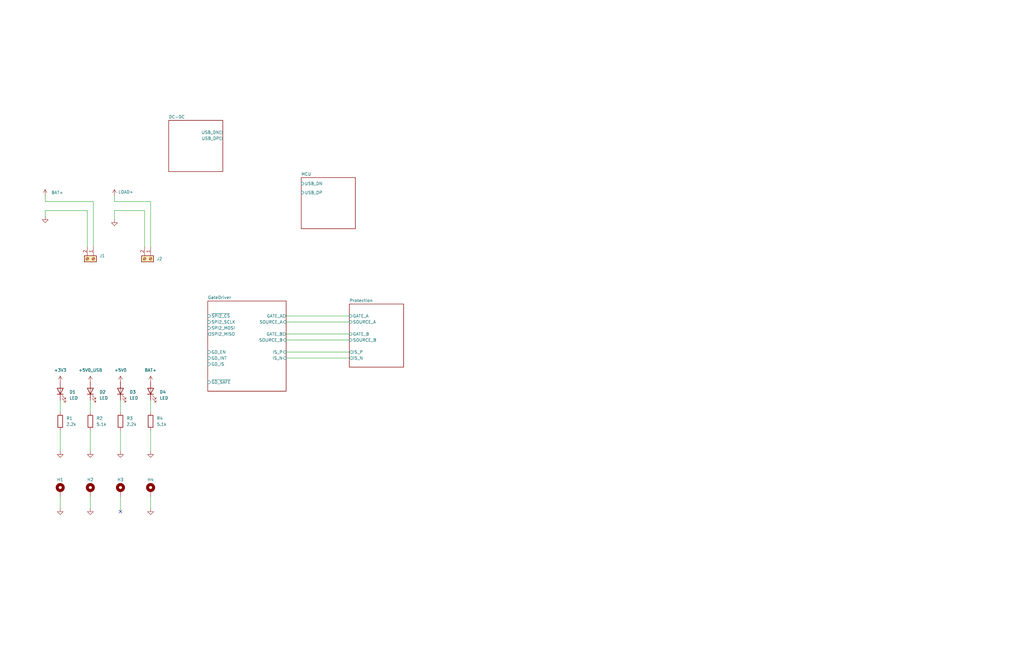
<source format=kicad_sch>
(kicad_sch
	(version 20250114)
	(generator "eeschema")
	(generator_version "9.0")
	(uuid "b2975477-3b95-446c-b662-4cca32764c73")
	(paper "B")
	(title_block
		(title "Top_Level")
		(date "2025-04-14")
		(rev "R2.0.0")
	)
	(lib_symbols
		(symbol "Connector:Screw_Terminal_01x02"
			(pin_names
				(offset 1.016)
				(hide yes)
			)
			(exclude_from_sim no)
			(in_bom yes)
			(on_board yes)
			(property "Reference" "J"
				(at 0 2.54 0)
				(effects
					(font
						(size 1.27 1.27)
					)
				)
			)
			(property "Value" "Screw_Terminal_01x02"
				(at 0 -5.08 0)
				(effects
					(font
						(size 1.27 1.27)
					)
				)
			)
			(property "Footprint" ""
				(at 0 0 0)
				(effects
					(font
						(size 1.27 1.27)
					)
					(hide yes)
				)
			)
			(property "Datasheet" "~"
				(at 0 0 0)
				(effects
					(font
						(size 1.27 1.27)
					)
					(hide yes)
				)
			)
			(property "Description" "Generic screw terminal, single row, 01x02, script generated (kicad-library-utils/schlib/autogen/connector/)"
				(at 0 0 0)
				(effects
					(font
						(size 1.27 1.27)
					)
					(hide yes)
				)
			)
			(property "ki_keywords" "screw terminal"
				(at 0 0 0)
				(effects
					(font
						(size 1.27 1.27)
					)
					(hide yes)
				)
			)
			(property "ki_fp_filters" "TerminalBlock*:*"
				(at 0 0 0)
				(effects
					(font
						(size 1.27 1.27)
					)
					(hide yes)
				)
			)
			(symbol "Screw_Terminal_01x02_1_1"
				(rectangle
					(start -1.27 1.27)
					(end 1.27 -3.81)
					(stroke
						(width 0.254)
						(type default)
					)
					(fill
						(type background)
					)
				)
				(polyline
					(pts
						(xy -0.5334 0.3302) (xy 0.3302 -0.508)
					)
					(stroke
						(width 0.1524)
						(type default)
					)
					(fill
						(type none)
					)
				)
				(polyline
					(pts
						(xy -0.5334 -2.2098) (xy 0.3302 -3.048)
					)
					(stroke
						(width 0.1524)
						(type default)
					)
					(fill
						(type none)
					)
				)
				(polyline
					(pts
						(xy -0.3556 0.508) (xy 0.508 -0.3302)
					)
					(stroke
						(width 0.1524)
						(type default)
					)
					(fill
						(type none)
					)
				)
				(polyline
					(pts
						(xy -0.3556 -2.032) (xy 0.508 -2.8702)
					)
					(stroke
						(width 0.1524)
						(type default)
					)
					(fill
						(type none)
					)
				)
				(circle
					(center 0 0)
					(radius 0.635)
					(stroke
						(width 0.1524)
						(type default)
					)
					(fill
						(type none)
					)
				)
				(circle
					(center 0 -2.54)
					(radius 0.635)
					(stroke
						(width 0.1524)
						(type default)
					)
					(fill
						(type none)
					)
				)
				(pin passive line
					(at -5.08 0 0)
					(length 3.81)
					(name "Pin_1"
						(effects
							(font
								(size 1.27 1.27)
							)
						)
					)
					(number "1"
						(effects
							(font
								(size 1.27 1.27)
							)
						)
					)
				)
				(pin passive line
					(at -5.08 -2.54 0)
					(length 3.81)
					(name "Pin_2"
						(effects
							(font
								(size 1.27 1.27)
							)
						)
					)
					(number "2"
						(effects
							(font
								(size 1.27 1.27)
							)
						)
					)
				)
			)
			(embedded_fonts no)
		)
		(symbol "Device:LED"
			(pin_numbers
				(hide yes)
			)
			(pin_names
				(offset 1.016)
				(hide yes)
			)
			(exclude_from_sim no)
			(in_bom yes)
			(on_board yes)
			(property "Reference" "D"
				(at 0 2.54 0)
				(effects
					(font
						(size 1.27 1.27)
					)
				)
			)
			(property "Value" "LED"
				(at 0 -2.54 0)
				(effects
					(font
						(size 1.27 1.27)
					)
				)
			)
			(property "Footprint" ""
				(at 0 0 0)
				(effects
					(font
						(size 1.27 1.27)
					)
					(hide yes)
				)
			)
			(property "Datasheet" "~"
				(at 0 0 0)
				(effects
					(font
						(size 1.27 1.27)
					)
					(hide yes)
				)
			)
			(property "Description" "Light emitting diode"
				(at 0 0 0)
				(effects
					(font
						(size 1.27 1.27)
					)
					(hide yes)
				)
			)
			(property "Sim.Pins" "1=K 2=A"
				(at 0 0 0)
				(effects
					(font
						(size 1.27 1.27)
					)
					(hide yes)
				)
			)
			(property "ki_keywords" "LED diode"
				(at 0 0 0)
				(effects
					(font
						(size 1.27 1.27)
					)
					(hide yes)
				)
			)
			(property "ki_fp_filters" "LED* LED_SMD:* LED_THT:*"
				(at 0 0 0)
				(effects
					(font
						(size 1.27 1.27)
					)
					(hide yes)
				)
			)
			(symbol "LED_0_1"
				(polyline
					(pts
						(xy -3.048 -0.762) (xy -4.572 -2.286) (xy -3.81 -2.286) (xy -4.572 -2.286) (xy -4.572 -1.524)
					)
					(stroke
						(width 0)
						(type default)
					)
					(fill
						(type none)
					)
				)
				(polyline
					(pts
						(xy -1.778 -0.762) (xy -3.302 -2.286) (xy -2.54 -2.286) (xy -3.302 -2.286) (xy -3.302 -1.524)
					)
					(stroke
						(width 0)
						(type default)
					)
					(fill
						(type none)
					)
				)
				(polyline
					(pts
						(xy -1.27 0) (xy 1.27 0)
					)
					(stroke
						(width 0)
						(type default)
					)
					(fill
						(type none)
					)
				)
				(polyline
					(pts
						(xy -1.27 -1.27) (xy -1.27 1.27)
					)
					(stroke
						(width 0.254)
						(type default)
					)
					(fill
						(type none)
					)
				)
				(polyline
					(pts
						(xy 1.27 -1.27) (xy 1.27 1.27) (xy -1.27 0) (xy 1.27 -1.27)
					)
					(stroke
						(width 0.254)
						(type default)
					)
					(fill
						(type none)
					)
				)
			)
			(symbol "LED_1_1"
				(pin passive line
					(at -3.81 0 0)
					(length 2.54)
					(name "K"
						(effects
							(font
								(size 1.27 1.27)
							)
						)
					)
					(number "1"
						(effects
							(font
								(size 1.27 1.27)
							)
						)
					)
				)
				(pin passive line
					(at 3.81 0 180)
					(length 2.54)
					(name "A"
						(effects
							(font
								(size 1.27 1.27)
							)
						)
					)
					(number "2"
						(effects
							(font
								(size 1.27 1.27)
							)
						)
					)
				)
			)
			(embedded_fonts no)
		)
		(symbol "Device:R"
			(pin_numbers
				(hide yes)
			)
			(pin_names
				(offset 0)
			)
			(exclude_from_sim no)
			(in_bom yes)
			(on_board yes)
			(property "Reference" "R"
				(at 2.032 0 90)
				(effects
					(font
						(size 1.27 1.27)
					)
				)
			)
			(property "Value" "R"
				(at 0 0 90)
				(effects
					(font
						(size 1.27 1.27)
					)
				)
			)
			(property "Footprint" ""
				(at -1.778 0 90)
				(effects
					(font
						(size 1.27 1.27)
					)
					(hide yes)
				)
			)
			(property "Datasheet" "~"
				(at 0 0 0)
				(effects
					(font
						(size 1.27 1.27)
					)
					(hide yes)
				)
			)
			(property "Description" "Resistor"
				(at 0 0 0)
				(effects
					(font
						(size 1.27 1.27)
					)
					(hide yes)
				)
			)
			(property "ki_keywords" "R res resistor"
				(at 0 0 0)
				(effects
					(font
						(size 1.27 1.27)
					)
					(hide yes)
				)
			)
			(property "ki_fp_filters" "R_*"
				(at 0 0 0)
				(effects
					(font
						(size 1.27 1.27)
					)
					(hide yes)
				)
			)
			(symbol "R_0_1"
				(rectangle
					(start -1.016 -2.54)
					(end 1.016 2.54)
					(stroke
						(width 0.254)
						(type default)
					)
					(fill
						(type none)
					)
				)
			)
			(symbol "R_1_1"
				(pin passive line
					(at 0 3.81 270)
					(length 1.27)
					(name "~"
						(effects
							(font
								(size 1.27 1.27)
							)
						)
					)
					(number "1"
						(effects
							(font
								(size 1.27 1.27)
							)
						)
					)
				)
				(pin passive line
					(at 0 -3.81 90)
					(length 1.27)
					(name "~"
						(effects
							(font
								(size 1.27 1.27)
							)
						)
					)
					(number "2"
						(effects
							(font
								(size 1.27 1.27)
							)
						)
					)
				)
			)
			(embedded_fonts no)
		)
		(symbol "Mechanical:MountingHole_Pad_MP"
			(pin_numbers
				(hide yes)
			)
			(pin_names
				(offset 1.016)
				(hide yes)
			)
			(exclude_from_sim yes)
			(in_bom no)
			(on_board yes)
			(property "Reference" "H"
				(at 0 6.35 0)
				(effects
					(font
						(size 1.27 1.27)
					)
				)
			)
			(property "Value" "MountingHole_Pad_MP"
				(at 0 4.445 0)
				(effects
					(font
						(size 1.27 1.27)
					)
				)
			)
			(property "Footprint" ""
				(at 0 0 0)
				(effects
					(font
						(size 1.27 1.27)
					)
					(hide yes)
				)
			)
			(property "Datasheet" "~"
				(at 0 0 0)
				(effects
					(font
						(size 1.27 1.27)
					)
					(hide yes)
				)
			)
			(property "Description" "Mounting Hole with connection as pad named MP"
				(at 0 0 0)
				(effects
					(font
						(size 1.27 1.27)
					)
					(hide yes)
				)
			)
			(property "ki_keywords" "mounting hole"
				(at 0 0 0)
				(effects
					(font
						(size 1.27 1.27)
					)
					(hide yes)
				)
			)
			(property "ki_fp_filters" "MountingHole*Pad*"
				(at 0 0 0)
				(effects
					(font
						(size 1.27 1.27)
					)
					(hide yes)
				)
			)
			(symbol "MountingHole_Pad_MP_0_1"
				(circle
					(center 0 1.27)
					(radius 1.27)
					(stroke
						(width 1.27)
						(type default)
					)
					(fill
						(type none)
					)
				)
			)
			(symbol "MountingHole_Pad_MP_1_1"
				(pin input line
					(at 0 -2.54 90)
					(length 2.54)
					(name "MP"
						(effects
							(font
								(size 1.27 1.27)
							)
						)
					)
					(number "MP"
						(effects
							(font
								(size 1.27 1.27)
							)
						)
					)
				)
			)
			(embedded_fonts no)
		)
		(symbol "power:+3V3"
			(power)
			(pin_numbers
				(hide yes)
			)
			(pin_names
				(offset 0)
				(hide yes)
			)
			(exclude_from_sim no)
			(in_bom yes)
			(on_board yes)
			(property "Reference" "#PWR"
				(at 0 -3.81 0)
				(effects
					(font
						(size 1.27 1.27)
					)
					(hide yes)
				)
			)
			(property "Value" "+3V3"
				(at 0 3.556 0)
				(effects
					(font
						(size 1.27 1.27)
					)
				)
			)
			(property "Footprint" ""
				(at 0 0 0)
				(effects
					(font
						(size 1.27 1.27)
					)
					(hide yes)
				)
			)
			(property "Datasheet" ""
				(at 0 0 0)
				(effects
					(font
						(size 1.27 1.27)
					)
					(hide yes)
				)
			)
			(property "Description" "Power symbol creates a global label with name \"+3V3\""
				(at 0 0 0)
				(effects
					(font
						(size 1.27 1.27)
					)
					(hide yes)
				)
			)
			(property "ki_keywords" "global power"
				(at 0 0 0)
				(effects
					(font
						(size 1.27 1.27)
					)
					(hide yes)
				)
			)
			(symbol "+3V3_0_1"
				(polyline
					(pts
						(xy -0.762 1.27) (xy 0 2.54)
					)
					(stroke
						(width 0)
						(type default)
					)
					(fill
						(type none)
					)
				)
				(polyline
					(pts
						(xy 0 2.54) (xy 0.762 1.27)
					)
					(stroke
						(width 0)
						(type default)
					)
					(fill
						(type none)
					)
				)
				(polyline
					(pts
						(xy 0 0) (xy 0 2.54)
					)
					(stroke
						(width 0)
						(type default)
					)
					(fill
						(type none)
					)
				)
			)
			(symbol "+3V3_1_1"
				(pin power_in line
					(at 0 0 90)
					(length 0)
					(name "~"
						(effects
							(font
								(size 1.27 1.27)
							)
						)
					)
					(number "1"
						(effects
							(font
								(size 1.27 1.27)
							)
						)
					)
				)
			)
			(embedded_fonts no)
		)
		(symbol "power:+5V"
			(power)
			(pin_numbers
				(hide yes)
			)
			(pin_names
				(offset 0)
				(hide yes)
			)
			(exclude_from_sim no)
			(in_bom yes)
			(on_board yes)
			(property "Reference" "#PWR"
				(at 0 -3.81 0)
				(effects
					(font
						(size 1.27 1.27)
					)
					(hide yes)
				)
			)
			(property "Value" "+5V"
				(at 0 3.556 0)
				(effects
					(font
						(size 1.27 1.27)
					)
				)
			)
			(property "Footprint" ""
				(at 0 0 0)
				(effects
					(font
						(size 1.27 1.27)
					)
					(hide yes)
				)
			)
			(property "Datasheet" ""
				(at 0 0 0)
				(effects
					(font
						(size 1.27 1.27)
					)
					(hide yes)
				)
			)
			(property "Description" "Power symbol creates a global label with name \"+5V\""
				(at 0 0 0)
				(effects
					(font
						(size 1.27 1.27)
					)
					(hide yes)
				)
			)
			(property "ki_keywords" "global power"
				(at 0 0 0)
				(effects
					(font
						(size 1.27 1.27)
					)
					(hide yes)
				)
			)
			(symbol "+5V_0_1"
				(polyline
					(pts
						(xy -0.762 1.27) (xy 0 2.54)
					)
					(stroke
						(width 0)
						(type default)
					)
					(fill
						(type none)
					)
				)
				(polyline
					(pts
						(xy 0 2.54) (xy 0.762 1.27)
					)
					(stroke
						(width 0)
						(type default)
					)
					(fill
						(type none)
					)
				)
				(polyline
					(pts
						(xy 0 0) (xy 0 2.54)
					)
					(stroke
						(width 0)
						(type default)
					)
					(fill
						(type none)
					)
				)
			)
			(symbol "+5V_1_1"
				(pin power_in line
					(at 0 0 90)
					(length 0)
					(name "~"
						(effects
							(font
								(size 1.27 1.27)
							)
						)
					)
					(number "1"
						(effects
							(font
								(size 1.27 1.27)
							)
						)
					)
				)
			)
			(embedded_fonts no)
		)
		(symbol "power:+BATT"
			(power)
			(pin_numbers
				(hide yes)
			)
			(pin_names
				(offset 0)
				(hide yes)
			)
			(exclude_from_sim no)
			(in_bom yes)
			(on_board yes)
			(property "Reference" "#PWR"
				(at 0 -3.81 0)
				(effects
					(font
						(size 1.27 1.27)
					)
					(hide yes)
				)
			)
			(property "Value" "+BATT"
				(at 0 3.556 0)
				(effects
					(font
						(size 1.27 1.27)
					)
				)
			)
			(property "Footprint" ""
				(at 0 0 0)
				(effects
					(font
						(size 1.27 1.27)
					)
					(hide yes)
				)
			)
			(property "Datasheet" ""
				(at 0 0 0)
				(effects
					(font
						(size 1.27 1.27)
					)
					(hide yes)
				)
			)
			(property "Description" "Power symbol creates a global label with name \"+BATT\""
				(at 0 0 0)
				(effects
					(font
						(size 1.27 1.27)
					)
					(hide yes)
				)
			)
			(property "ki_keywords" "global power battery"
				(at 0 0 0)
				(effects
					(font
						(size 1.27 1.27)
					)
					(hide yes)
				)
			)
			(symbol "+BATT_0_1"
				(polyline
					(pts
						(xy -0.762 1.27) (xy 0 2.54)
					)
					(stroke
						(width 0)
						(type default)
					)
					(fill
						(type none)
					)
				)
				(polyline
					(pts
						(xy 0 2.54) (xy 0.762 1.27)
					)
					(stroke
						(width 0)
						(type default)
					)
					(fill
						(type none)
					)
				)
				(polyline
					(pts
						(xy 0 0) (xy 0 2.54)
					)
					(stroke
						(width 0)
						(type default)
					)
					(fill
						(type none)
					)
				)
			)
			(symbol "+BATT_1_1"
				(pin power_in line
					(at 0 0 90)
					(length 0)
					(name "~"
						(effects
							(font
								(size 1.27 1.27)
							)
						)
					)
					(number "1"
						(effects
							(font
								(size 1.27 1.27)
							)
						)
					)
				)
			)
			(embedded_fonts no)
		)
		(symbol "power:GND"
			(power)
			(pin_numbers
				(hide yes)
			)
			(pin_names
				(offset 0)
				(hide yes)
			)
			(exclude_from_sim no)
			(in_bom yes)
			(on_board yes)
			(property "Reference" "#PWR"
				(at 0 -6.35 0)
				(effects
					(font
						(size 1.27 1.27)
					)
					(hide yes)
				)
			)
			(property "Value" "GND"
				(at 0 -3.81 0)
				(effects
					(font
						(size 1.27 1.27)
					)
				)
			)
			(property "Footprint" ""
				(at 0 0 0)
				(effects
					(font
						(size 1.27 1.27)
					)
					(hide yes)
				)
			)
			(property "Datasheet" ""
				(at 0 0 0)
				(effects
					(font
						(size 1.27 1.27)
					)
					(hide yes)
				)
			)
			(property "Description" "Power symbol creates a global label with name \"GND\" , ground"
				(at 0 0 0)
				(effects
					(font
						(size 1.27 1.27)
					)
					(hide yes)
				)
			)
			(property "ki_keywords" "global power"
				(at 0 0 0)
				(effects
					(font
						(size 1.27 1.27)
					)
					(hide yes)
				)
			)
			(symbol "GND_0_1"
				(polyline
					(pts
						(xy 0 0) (xy 0 -1.27) (xy 1.27 -1.27) (xy 0 -2.54) (xy -1.27 -1.27) (xy 0 -1.27)
					)
					(stroke
						(width 0)
						(type default)
					)
					(fill
						(type none)
					)
				)
			)
			(symbol "GND_1_1"
				(pin power_in line
					(at 0 0 270)
					(length 0)
					(name "~"
						(effects
							(font
								(size 1.27 1.27)
							)
						)
					)
					(number "1"
						(effects
							(font
								(size 1.27 1.27)
							)
						)
					)
				)
			)
			(embedded_fonts no)
		)
	)
	(no_connect
		(at 50.8 215.9)
		(uuid "79942497-ae8c-4db1-9f88-514637b63777")
	)
	(wire
		(pts
			(xy 48.26 85.09) (xy 63.5 85.09)
		)
		(stroke
			(width 0)
			(type default)
		)
		(uuid "01a03d10-7e51-4ab5-a923-046c7ce069b4")
	)
	(wire
		(pts
			(xy 25.4 181.61) (xy 25.4 190.5)
		)
		(stroke
			(width 0)
			(type default)
		)
		(uuid "103e87ec-192a-4cf8-959d-fcaa4d8ea0b2")
	)
	(wire
		(pts
			(xy 63.5 168.91) (xy 63.5 173.99)
		)
		(stroke
			(width 0)
			(type default)
		)
		(uuid "1a5db03d-47a5-4584-a34c-864c7fa9aaf7")
	)
	(wire
		(pts
			(xy 120.65 135.89) (xy 147.32 135.89)
		)
		(stroke
			(width 0)
			(type default)
		)
		(uuid "253b40d8-f2ff-41c0-8dda-175ec340333f")
	)
	(wire
		(pts
			(xy 48.26 85.09) (xy 48.26 82.55)
		)
		(stroke
			(width 0)
			(type default)
		)
		(uuid "276d7c0d-4256-4f22-aaed-0834653f2ab1")
	)
	(wire
		(pts
			(xy 120.65 151.13) (xy 147.32 151.13)
		)
		(stroke
			(width 0)
			(type default)
		)
		(uuid "2b5c5d54-43f8-4c83-991e-a077aeaccb03")
	)
	(wire
		(pts
			(xy 63.5 214.63) (xy 63.5 209.55)
		)
		(stroke
			(width 0)
			(type default)
		)
		(uuid "3b6656ef-d28d-47d2-a4b3-22b3a1caef54")
	)
	(wire
		(pts
			(xy 38.1 181.61) (xy 38.1 190.5)
		)
		(stroke
			(width 0)
			(type default)
		)
		(uuid "3fc3298b-31e5-40ff-8f5d-483e69af30d4")
	)
	(wire
		(pts
			(xy 63.5 181.61) (xy 63.5 190.5)
		)
		(stroke
			(width 0)
			(type default)
		)
		(uuid "4149b475-ad87-4d86-b14d-602fe0790b50")
	)
	(wire
		(pts
			(xy 39.37 104.14) (xy 39.37 85.09)
		)
		(stroke
			(width 0)
			(type default)
		)
		(uuid "456a1c3d-a81e-4ffc-aa05-bca9bf0c8f6a")
	)
	(wire
		(pts
			(xy 120.65 140.97) (xy 147.32 140.97)
		)
		(stroke
			(width 0)
			(type default)
		)
		(uuid "64b9affd-8dac-4b82-9b55-a7acc959b02c")
	)
	(wire
		(pts
			(xy 50.8 209.55) (xy 50.8 215.9)
		)
		(stroke
			(width 0)
			(type default)
		)
		(uuid "6a64e6fc-b612-4bd6-ac43-5cdb06ecc0ac")
	)
	(wire
		(pts
			(xy 19.05 88.9) (xy 36.83 88.9)
		)
		(stroke
			(width 0)
			(type default)
		)
		(uuid "6c7e3480-8dda-4161-a40b-92016f27dc92")
	)
	(wire
		(pts
			(xy 19.05 82.55) (xy 19.05 85.09)
		)
		(stroke
			(width 0)
			(type default)
		)
		(uuid "748ef2c9-9efa-455e-9e7b-4f7bdd6dcf72")
	)
	(wire
		(pts
			(xy 120.65 133.35) (xy 147.32 133.35)
		)
		(stroke
			(width 0)
			(type default)
		)
		(uuid "7c981482-f5e6-4c83-9a67-44cff988beaa")
	)
	(wire
		(pts
			(xy 50.8 168.91) (xy 50.8 173.99)
		)
		(stroke
			(width 0)
			(type default)
		)
		(uuid "7dbd68ed-8740-4a89-8117-d4978da2ce8d")
	)
	(wire
		(pts
			(xy 120.65 143.51) (xy 147.32 143.51)
		)
		(stroke
			(width 0)
			(type default)
		)
		(uuid "7e66684b-d7e6-4021-8760-8d3a984aeb76")
	)
	(wire
		(pts
			(xy 25.4 214.63) (xy 25.4 209.55)
		)
		(stroke
			(width 0)
			(type default)
		)
		(uuid "82f35a0a-acd4-435e-a1e5-87877fe133c2")
	)
	(wire
		(pts
			(xy 36.83 88.9) (xy 36.83 104.14)
		)
		(stroke
			(width 0)
			(type default)
		)
		(uuid "88bef7fc-2940-46cd-b5f0-bf27236c698d")
	)
	(wire
		(pts
			(xy 19.05 85.09) (xy 39.37 85.09)
		)
		(stroke
			(width 0)
			(type default)
		)
		(uuid "9443755f-a67c-4a5c-92a1-a6dbb6b85bf0")
	)
	(wire
		(pts
			(xy 120.65 148.59) (xy 147.32 148.59)
		)
		(stroke
			(width 0)
			(type default)
		)
		(uuid "9b3313f9-4069-4019-b5b4-076664381b84")
	)
	(wire
		(pts
			(xy 63.5 85.09) (xy 63.5 104.14)
		)
		(stroke
			(width 0)
			(type default)
		)
		(uuid "aae013cc-0035-4f50-8249-d384b5ea4899")
	)
	(wire
		(pts
			(xy 48.26 88.9) (xy 60.96 88.9)
		)
		(stroke
			(width 0)
			(type default)
		)
		(uuid "ab54110a-63a2-467a-9908-762a432eeb81")
	)
	(wire
		(pts
			(xy 50.8 181.61) (xy 50.8 190.5)
		)
		(stroke
			(width 0)
			(type default)
		)
		(uuid "b94cd226-70ce-4073-b620-095b457a7ea2")
	)
	(wire
		(pts
			(xy 19.05 91.44) (xy 19.05 88.9)
		)
		(stroke
			(width 0)
			(type default)
		)
		(uuid "c37dccd7-24a4-4e68-84b2-2ab001c219b1")
	)
	(wire
		(pts
			(xy 60.96 88.9) (xy 60.96 104.14)
		)
		(stroke
			(width 0)
			(type default)
		)
		(uuid "c6b15d85-2cef-4106-b183-deb03cb37b83")
	)
	(wire
		(pts
			(xy 25.4 168.91) (xy 25.4 173.99)
		)
		(stroke
			(width 0)
			(type default)
		)
		(uuid "d4da0eac-68f6-443d-868a-613140f41229")
	)
	(wire
		(pts
			(xy 38.1 168.91) (xy 38.1 173.99)
		)
		(stroke
			(width 0)
			(type default)
		)
		(uuid "e165d12b-fdd0-4583-b2ee-d839ea814b42")
	)
	(wire
		(pts
			(xy 48.26 88.9) (xy 48.26 92.71)
		)
		(stroke
			(width 0)
			(type default)
		)
		(uuid "f0934b22-19a6-47ed-8b21-6b37efc35c74")
	)
	(wire
		(pts
			(xy 38.1 214.63) (xy 38.1 209.55)
		)
		(stroke
			(width 0)
			(type default)
		)
		(uuid "f38aa1d6-625f-4a5a-b7e2-cfd7022c0e92")
	)
	(symbol
		(lib_id "power:GND")
		(at 50.8 190.5 0)
		(unit 1)
		(exclude_from_sim no)
		(in_bom yes)
		(on_board yes)
		(dnp no)
		(fields_autoplaced yes)
		(uuid "0a6c4554-999c-46f2-9e37-340ee7134ed7")
		(property "Reference" "#PWR08"
			(at 50.8 196.85 0)
			(effects
				(font
					(size 1.27 1.27)
				)
				(hide yes)
			)
		)
		(property "Value" "GND"
			(at 50.8 195.58 0)
			(effects
				(font
					(size 1.27 1.27)
				)
				(hide yes)
			)
		)
		(property "Footprint" ""
			(at 50.8 190.5 0)
			(effects
				(font
					(size 1.27 1.27)
				)
				(hide yes)
			)
		)
		(property "Datasheet" ""
			(at 50.8 190.5 0)
			(effects
				(font
					(size 1.27 1.27)
				)
				(hide yes)
			)
		)
		(property "Description" "Power symbol creates a global label with name \"GND\" , ground"
			(at 50.8 190.5 0)
			(effects
				(font
					(size 1.27 1.27)
				)
				(hide yes)
			)
		)
		(pin "1"
			(uuid "c56c2661-c0be-4ea9-84fd-c49525c608f4")
		)
		(instances
			(project "Battery_Protector"
				(path "/b2975477-3b95-446c-b662-4cca32764c73"
					(reference "#PWR08")
					(unit 1)
				)
			)
		)
	)
	(symbol
		(lib_id "Device:LED")
		(at 63.5 165.1 90)
		(unit 1)
		(exclude_from_sim no)
		(in_bom yes)
		(on_board yes)
		(dnp no)
		(fields_autoplaced yes)
		(uuid "25bcf1f6-a345-46c4-9de3-e3c1c60c4669")
		(property "Reference" "D4"
			(at 67.31 165.4174 90)
			(effects
				(font
					(size 1.27 1.27)
				)
				(justify right)
			)
		)
		(property "Value" "LED"
			(at 67.31 167.9574 90)
			(effects
				(font
					(size 1.27 1.27)
				)
				(justify right)
			)
		)
		(property "Footprint" ""
			(at 63.5 165.1 0)
			(effects
				(font
					(size 1.27 1.27)
				)
				(hide yes)
			)
		)
		(property "Datasheet" "~"
			(at 63.5 165.1 0)
			(effects
				(font
					(size 1.27 1.27)
				)
				(hide yes)
			)
		)
		(property "Description" "Light emitting diode"
			(at 63.5 165.1 0)
			(effects
				(font
					(size 1.27 1.27)
				)
				(hide yes)
			)
		)
		(property "Sim.Pins" "1=K 2=A"
			(at 63.5 165.1 0)
			(effects
				(font
					(size 1.27 1.27)
				)
				(hide yes)
			)
		)
		(pin "1"
			(uuid "17e79144-d192-427e-a9ee-ca98be87e394")
		)
		(pin "2"
			(uuid "01b4e99c-47cf-4516-b0ea-9e9b2227b1e1")
		)
		(instances
			(project "Battery_Protector"
				(path "/b2975477-3b95-446c-b662-4cca32764c73"
					(reference "D4")
					(unit 1)
				)
			)
		)
	)
	(symbol
		(lib_id "power:+3V3")
		(at 25.4 161.29 0)
		(unit 1)
		(exclude_from_sim no)
		(in_bom yes)
		(on_board yes)
		(dnp no)
		(fields_autoplaced yes)
		(uuid "288a18da-27e9-45b0-a358-eb8699bbe5a7")
		(property "Reference" "#PWR05"
			(at 25.4 165.1 0)
			(effects
				(font
					(size 1.27 1.27)
				)
				(hide yes)
			)
		)
		(property "Value" "+3V3"
			(at 25.4 156.21 0)
			(effects
				(font
					(size 1.27 1.27)
				)
			)
		)
		(property "Footprint" ""
			(at 25.4 161.29 0)
			(effects
				(font
					(size 1.27 1.27)
				)
				(hide yes)
			)
		)
		(property "Datasheet" ""
			(at 25.4 161.29 0)
			(effects
				(font
					(size 1.27 1.27)
				)
				(hide yes)
			)
		)
		(property "Description" "Power symbol creates a global label with name \"+3V3\""
			(at 25.4 161.29 0)
			(effects
				(font
					(size 1.27 1.27)
				)
				(hide yes)
			)
		)
		(pin "1"
			(uuid "2ff48b64-ff05-4ede-8bd6-3e7a980b6d2c")
		)
		(instances
			(project ""
				(path "/b2975477-3b95-446c-b662-4cca32764c73"
					(reference "#PWR05")
					(unit 1)
				)
			)
		)
	)
	(symbol
		(lib_id "Device:LED")
		(at 25.4 165.1 90)
		(unit 1)
		(exclude_from_sim no)
		(in_bom yes)
		(on_board yes)
		(dnp no)
		(fields_autoplaced yes)
		(uuid "298e7791-9f7f-4427-899a-6ffb990d25e3")
		(property "Reference" "D1"
			(at 29.21 165.4174 90)
			(effects
				(font
					(size 1.27 1.27)
				)
				(justify right)
			)
		)
		(property "Value" "LED"
			(at 29.21 167.9574 90)
			(effects
				(font
					(size 1.27 1.27)
				)
				(justify right)
			)
		)
		(property "Footprint" ""
			(at 25.4 165.1 0)
			(effects
				(font
					(size 1.27 1.27)
				)
				(hide yes)
			)
		)
		(property "Datasheet" "~"
			(at 25.4 165.1 0)
			(effects
				(font
					(size 1.27 1.27)
				)
				(hide yes)
			)
		)
		(property "Description" "Light emitting diode"
			(at 25.4 165.1 0)
			(effects
				(font
					(size 1.27 1.27)
				)
				(hide yes)
			)
		)
		(property "Sim.Pins" "1=K 2=A"
			(at 25.4 165.1 0)
			(effects
				(font
					(size 1.27 1.27)
				)
				(hide yes)
			)
		)
		(pin "1"
			(uuid "b10badc4-4b29-4c20-a50f-e547febb83ef")
		)
		(pin "2"
			(uuid "b3a9f3ce-dcc9-4f3d-aa18-715c7d0700c4")
		)
		(instances
			(project ""
				(path "/b2975477-3b95-446c-b662-4cca32764c73"
					(reference "D1")
					(unit 1)
				)
			)
		)
	)
	(symbol
		(lib_id "power:+3V3")
		(at 50.8 161.29 0)
		(unit 1)
		(exclude_from_sim no)
		(in_bom yes)
		(on_board yes)
		(dnp no)
		(fields_autoplaced yes)
		(uuid "2d08a9c2-4103-491c-bd76-c90cc9701df7")
		(property "Reference" "#PWR07"
			(at 50.8 165.1 0)
			(effects
				(font
					(size 1.27 1.27)
				)
				(hide yes)
			)
		)
		(property "Value" "+5V0"
			(at 50.8 156.21 0)
			(effects
				(font
					(size 1.27 1.27)
				)
			)
		)
		(property "Footprint" ""
			(at 50.8 161.29 0)
			(effects
				(font
					(size 1.27 1.27)
				)
				(hide yes)
			)
		)
		(property "Datasheet" ""
			(at 50.8 161.29 0)
			(effects
				(font
					(size 1.27 1.27)
				)
				(hide yes)
			)
		)
		(property "Description" "Power symbol creates a global label with name \"+3V3\""
			(at 50.8 161.29 0)
			(effects
				(font
					(size 1.27 1.27)
				)
				(hide yes)
			)
		)
		(pin "1"
			(uuid "aea2a60c-f6c6-49bd-919f-0f9f6be9b3e2")
		)
		(instances
			(project "Battery_Protector"
				(path "/b2975477-3b95-446c-b662-4cca32764c73"
					(reference "#PWR07")
					(unit 1)
				)
			)
		)
	)
	(symbol
		(lib_id "power:GND")
		(at 25.4 190.5 0)
		(unit 1)
		(exclude_from_sim no)
		(in_bom yes)
		(on_board yes)
		(dnp no)
		(fields_autoplaced yes)
		(uuid "306cbe89-3050-405d-a34d-1b985cf2e390")
		(property "Reference" "#PWR03"
			(at 25.4 196.85 0)
			(effects
				(font
					(size 1.27 1.27)
				)
				(hide yes)
			)
		)
		(property "Value" "GND"
			(at 25.4 195.58 0)
			(effects
				(font
					(size 1.27 1.27)
				)
				(hide yes)
			)
		)
		(property "Footprint" ""
			(at 25.4 190.5 0)
			(effects
				(font
					(size 1.27 1.27)
				)
				(hide yes)
			)
		)
		(property "Datasheet" ""
			(at 25.4 190.5 0)
			(effects
				(font
					(size 1.27 1.27)
				)
				(hide yes)
			)
		)
		(property "Description" "Power symbol creates a global label with name \"GND\" , ground"
			(at 25.4 190.5 0)
			(effects
				(font
					(size 1.27 1.27)
				)
				(hide yes)
			)
		)
		(pin "1"
			(uuid "d77f6528-c644-4b1d-abd9-8c2e0910a4c3")
		)
		(instances
			(project "Battery_Protector"
				(path "/b2975477-3b95-446c-b662-4cca32764c73"
					(reference "#PWR03")
					(unit 1)
				)
			)
		)
	)
	(symbol
		(lib_id "Mechanical:MountingHole_Pad_MP")
		(at 50.8 207.01 0)
		(unit 1)
		(exclude_from_sim yes)
		(in_bom no)
		(on_board yes)
		(dnp no)
		(uuid "3a7f7cc7-3256-4486-9b71-cf6d8f61f2f6")
		(property "Reference" "H3"
			(at 50.8 202.438 0)
			(effects
				(font
					(size 1.27 1.27)
				)
			)
		)
		(property "Value" "MH1"
			(at 53.34 207.0099 0)
			(effects
				(font
					(size 1.27 1.27)
				)
				(justify left)
				(hide yes)
			)
		)
		(property "Footprint" ""
			(at 50.8 207.01 0)
			(effects
				(font
					(size 1.27 1.27)
				)
				(hide yes)
			)
		)
		(property "Datasheet" "~"
			(at 50.8 207.01 0)
			(effects
				(font
					(size 1.27 1.27)
				)
				(hide yes)
			)
		)
		(property "Description" "Mounting Hole with connection as pad named MP"
			(at 50.8 207.01 0)
			(effects
				(font
					(size 1.27 1.27)
				)
				(hide yes)
			)
		)
		(pin "MP"
			(uuid "2e776809-eed7-47a1-9735-630da4dc878a")
		)
		(instances
			(project "Battery_Protector"
				(path "/b2975477-3b95-446c-b662-4cca32764c73"
					(reference "H3")
					(unit 1)
				)
			)
		)
	)
	(symbol
		(lib_id "Connector:Screw_Terminal_01x02")
		(at 63.5 109.22 270)
		(unit 1)
		(exclude_from_sim no)
		(in_bom yes)
		(on_board yes)
		(dnp no)
		(fields_autoplaced yes)
		(uuid "3e31b10c-78c7-49c1-ac39-df9b60cbce95")
		(property "Reference" "J2"
			(at 66.04 109.2199 90)
			(effects
				(font
					(size 1.27 1.27)
				)
				(justify left)
			)
		)
		(property "Value" "Screw_Terminal_01x02"
			(at 66.04 110.4899 90)
			(effects
				(font
					(size 1.27 1.27)
				)
				(justify left)
				(hide yes)
			)
		)
		(property "Footprint" ""
			(at 63.5 109.22 0)
			(effects
				(font
					(size 1.27 1.27)
				)
				(hide yes)
			)
		)
		(property "Datasheet" "~"
			(at 63.5 109.22 0)
			(effects
				(font
					(size 1.27 1.27)
				)
				(hide yes)
			)
		)
		(property "Description" "Generic screw terminal, single row, 01x02, script generated (kicad-library-utils/schlib/autogen/connector/)"
			(at 63.5 109.22 0)
			(effects
				(font
					(size 1.27 1.27)
				)
				(hide yes)
			)
		)
		(pin "1"
			(uuid "ee1e8c06-dfdc-4517-b018-4658df498ede")
		)
		(pin "2"
			(uuid "52a08516-83f9-4b35-abd0-efc5c76b9bca")
		)
		(instances
			(project "Battery_Protector"
				(path "/b2975477-3b95-446c-b662-4cca32764c73"
					(reference "J2")
					(unit 1)
				)
			)
		)
	)
	(symbol
		(lib_id "Device:LED")
		(at 50.8 165.1 90)
		(unit 1)
		(exclude_from_sim no)
		(in_bom yes)
		(on_board yes)
		(dnp no)
		(fields_autoplaced yes)
		(uuid "4260350c-9f66-4aa1-8cdd-f99478cb7925")
		(property "Reference" "D3"
			(at 54.61 165.4174 90)
			(effects
				(font
					(size 1.27 1.27)
				)
				(justify right)
			)
		)
		(property "Value" "LED"
			(at 54.61 167.9574 90)
			(effects
				(font
					(size 1.27 1.27)
				)
				(justify right)
			)
		)
		(property "Footprint" ""
			(at 50.8 165.1 0)
			(effects
				(font
					(size 1.27 1.27)
				)
				(hide yes)
			)
		)
		(property "Datasheet" "~"
			(at 50.8 165.1 0)
			(effects
				(font
					(size 1.27 1.27)
				)
				(hide yes)
			)
		)
		(property "Description" "Light emitting diode"
			(at 50.8 165.1 0)
			(effects
				(font
					(size 1.27 1.27)
				)
				(hide yes)
			)
		)
		(property "Sim.Pins" "1=K 2=A"
			(at 50.8 165.1 0)
			(effects
				(font
					(size 1.27 1.27)
				)
				(hide yes)
			)
		)
		(pin "1"
			(uuid "619521e0-30f7-4967-8beb-35bcfb8270d7")
		)
		(pin "2"
			(uuid "207ef13f-dd1c-4d20-aebd-7be0290a0dcc")
		)
		(instances
			(project "Battery_Protector"
				(path "/b2975477-3b95-446c-b662-4cca32764c73"
					(reference "D3")
					(unit 1)
				)
			)
		)
	)
	(symbol
		(lib_id "power:GND")
		(at 38.1 214.63 0)
		(unit 1)
		(exclude_from_sim no)
		(in_bom yes)
		(on_board yes)
		(dnp no)
		(fields_autoplaced yes)
		(uuid "4b8c3fc8-25d2-4fc6-a7ba-e8ad2be6e632")
		(property "Reference" "#PWR011"
			(at 38.1 220.98 0)
			(effects
				(font
					(size 1.27 1.27)
				)
				(hide yes)
			)
		)
		(property "Value" "GND"
			(at 38.1 219.71 0)
			(effects
				(font
					(size 1.27 1.27)
				)
				(hide yes)
			)
		)
		(property "Footprint" ""
			(at 38.1 214.63 0)
			(effects
				(font
					(size 1.27 1.27)
				)
				(hide yes)
			)
		)
		(property "Datasheet" ""
			(at 38.1 214.63 0)
			(effects
				(font
					(size 1.27 1.27)
				)
				(hide yes)
			)
		)
		(property "Description" "Power symbol creates a global label with name \"GND\" , ground"
			(at 38.1 214.63 0)
			(effects
				(font
					(size 1.27 1.27)
				)
				(hide yes)
			)
		)
		(pin "1"
			(uuid "63247060-9dbc-4757-ab4a-55bc8b844b3d")
		)
		(instances
			(project "Battery_Protector"
				(path "/b2975477-3b95-446c-b662-4cca32764c73"
					(reference "#PWR011")
					(unit 1)
				)
			)
		)
	)
	(symbol
		(lib_id "Device:LED")
		(at 38.1 165.1 90)
		(unit 1)
		(exclude_from_sim no)
		(in_bom yes)
		(on_board yes)
		(dnp no)
		(fields_autoplaced yes)
		(uuid "5b9c612f-c59d-4f84-8e52-b972e0bfd999")
		(property "Reference" "D2"
			(at 41.91 165.4174 90)
			(effects
				(font
					(size 1.27 1.27)
				)
				(justify right)
			)
		)
		(property "Value" "LED"
			(at 41.91 167.9574 90)
			(effects
				(font
					(size 1.27 1.27)
				)
				(justify right)
			)
		)
		(property "Footprint" ""
			(at 38.1 165.1 0)
			(effects
				(font
					(size 1.27 1.27)
				)
				(hide yes)
			)
		)
		(property "Datasheet" "~"
			(at 38.1 165.1 0)
			(effects
				(font
					(size 1.27 1.27)
				)
				(hide yes)
			)
		)
		(property "Description" "Light emitting diode"
			(at 38.1 165.1 0)
			(effects
				(font
					(size 1.27 1.27)
				)
				(hide yes)
			)
		)
		(property "Sim.Pins" "1=K 2=A"
			(at 38.1 165.1 0)
			(effects
				(font
					(size 1.27 1.27)
				)
				(hide yes)
			)
		)
		(pin "1"
			(uuid "f0d2a318-cd72-45b8-8f55-3161ce379638")
		)
		(pin "2"
			(uuid "7d65943c-1154-4a05-830c-5d3af24d338d")
		)
		(instances
			(project ""
				(path "/b2975477-3b95-446c-b662-4cca32764c73"
					(reference "D2")
					(unit 1)
				)
			)
		)
	)
	(symbol
		(lib_id "power:+5V")
		(at 63.5 161.29 0)
		(unit 1)
		(exclude_from_sim no)
		(in_bom yes)
		(on_board yes)
		(dnp no)
		(fields_autoplaced yes)
		(uuid "66dc828e-f0ee-4ea9-b67f-da9a9382df3a")
		(property "Reference" "#PWR01"
			(at 63.5 165.1 0)
			(effects
				(font
					(size 1.27 1.27)
				)
				(hide yes)
			)
		)
		(property "Value" "BAT+"
			(at 63.5 156.21 0)
			(effects
				(font
					(size 1.27 1.27)
				)
			)
		)
		(property "Footprint" ""
			(at 63.5 161.29 0)
			(effects
				(font
					(size 1.27 1.27)
				)
				(hide yes)
			)
		)
		(property "Datasheet" ""
			(at 63.5 161.29 0)
			(effects
				(font
					(size 1.27 1.27)
				)
				(hide yes)
			)
		)
		(property "Description" "Power symbol creates a global label with name \"+5V\""
			(at 63.5 161.29 0)
			(effects
				(font
					(size 1.27 1.27)
				)
				(hide yes)
			)
		)
		(pin "1"
			(uuid "42191722-086e-497c-b4e0-62c4cbaad2e2")
		)
		(instances
			(project "Battery_Protector"
				(path "/b2975477-3b95-446c-b662-4cca32764c73"
					(reference "#PWR01")
					(unit 1)
				)
			)
		)
	)
	(symbol
		(lib_id "power:GND")
		(at 48.26 92.71 0)
		(unit 1)
		(exclude_from_sim no)
		(in_bom yes)
		(on_board yes)
		(dnp no)
		(fields_autoplaced yes)
		(uuid "6f6838bc-6d9c-46a7-9290-30fd699c5aad")
		(property "Reference" "#PWR060"
			(at 48.26 99.06 0)
			(effects
				(font
					(size 1.27 1.27)
				)
				(hide yes)
			)
		)
		(property "Value" "GND"
			(at 48.26 97.79 0)
			(effects
				(font
					(size 1.27 1.27)
				)
				(hide yes)
			)
		)
		(property "Footprint" ""
			(at 48.26 92.71 0)
			(effects
				(font
					(size 1.27 1.27)
				)
				(hide yes)
			)
		)
		(property "Datasheet" ""
			(at 48.26 92.71 0)
			(effects
				(font
					(size 1.27 1.27)
				)
				(hide yes)
			)
		)
		(property "Description" "Power symbol creates a global label with name \"GND\" , ground"
			(at 48.26 92.71 0)
			(effects
				(font
					(size 1.27 1.27)
				)
				(hide yes)
			)
		)
		(pin "1"
			(uuid "55d42ac6-4690-4e80-be5b-00cac1ea0336")
		)
		(instances
			(project "battery_protector"
				(path "/b2975477-3b95-446c-b662-4cca32764c73"
					(reference "#PWR060")
					(unit 1)
				)
			)
		)
	)
	(symbol
		(lib_id "Connector:Screw_Terminal_01x02")
		(at 39.37 109.22 270)
		(unit 1)
		(exclude_from_sim no)
		(in_bom yes)
		(on_board yes)
		(dnp no)
		(fields_autoplaced yes)
		(uuid "737faaec-2e57-4c6b-a1d4-0c970b116aff")
		(property "Reference" "J1"
			(at 41.91 107.9499 90)
			(effects
				(font
					(size 1.27 1.27)
				)
				(justify left)
			)
		)
		(property "Value" "Screw_Terminal_01x02"
			(at 41.91 110.4899 90)
			(effects
				(font
					(size 1.27 1.27)
				)
				(justify left)
				(hide yes)
			)
		)
		(property "Footprint" ""
			(at 39.37 109.22 0)
			(effects
				(font
					(size 1.27 1.27)
				)
				(hide yes)
			)
		)
		(property "Datasheet" "~"
			(at 39.37 109.22 0)
			(effects
				(font
					(size 1.27 1.27)
				)
				(hide yes)
			)
		)
		(property "Description" "Generic screw terminal, single row, 01x02, script generated (kicad-library-utils/schlib/autogen/connector/)"
			(at 39.37 109.22 0)
			(effects
				(font
					(size 1.27 1.27)
				)
				(hide yes)
			)
		)
		(pin "1"
			(uuid "716524b9-9875-415f-8d9a-b212828b5c06")
		)
		(pin "2"
			(uuid "91428811-7ecb-4430-948d-1047410f363b")
		)
		(instances
			(project ""
				(path "/b2975477-3b95-446c-b662-4cca32764c73"
					(reference "J1")
					(unit 1)
				)
			)
		)
	)
	(symbol
		(lib_id "power:+3V3")
		(at 48.26 82.55 0)
		(unit 1)
		(exclude_from_sim no)
		(in_bom yes)
		(on_board yes)
		(dnp no)
		(uuid "7948d65e-2dfd-499d-990e-4644deb0239f")
		(property "Reference" "#PWR058"
			(at 48.26 86.36 0)
			(effects
				(font
					(size 1.27 1.27)
				)
				(hide yes)
			)
		)
		(property "Value" "LOAD+"
			(at 53.086 81.026 0)
			(effects
				(font
					(size 1.27 1.27)
				)
			)
		)
		(property "Footprint" ""
			(at 48.26 82.55 0)
			(effects
				(font
					(size 1.27 1.27)
				)
				(hide yes)
			)
		)
		(property "Datasheet" ""
			(at 48.26 82.55 0)
			(effects
				(font
					(size 1.27 1.27)
				)
				(hide yes)
			)
		)
		(property "Description" "Power symbol creates a global label with name \"+3V3\""
			(at 48.26 82.55 0)
			(effects
				(font
					(size 1.27 1.27)
				)
				(hide yes)
			)
		)
		(pin "1"
			(uuid "39d9815d-ec52-449c-8f82-914e59eb68de")
		)
		(instances
			(project "battery_protector"
				(path "/b2975477-3b95-446c-b662-4cca32764c73"
					(reference "#PWR058")
					(unit 1)
				)
			)
		)
	)
	(symbol
		(lib_id "Device:R")
		(at 50.8 177.8 0)
		(unit 1)
		(exclude_from_sim no)
		(in_bom yes)
		(on_board yes)
		(dnp no)
		(fields_autoplaced yes)
		(uuid "7afedaca-daee-4241-b411-444562bb2444")
		(property "Reference" "R3"
			(at 53.34 176.5299 0)
			(effects
				(font
					(size 1.27 1.27)
				)
				(justify left)
			)
		)
		(property "Value" "2.2k"
			(at 53.34 179.0699 0)
			(effects
				(font
					(size 1.27 1.27)
				)
				(justify left)
			)
		)
		(property "Footprint" "Resistor_SMD:R_0603_1608Metric"
			(at 49.022 177.8 90)
			(effects
				(font
					(size 1.27 1.27)
				)
				(hide yes)
			)
		)
		(property "Datasheet" "~"
			(at 50.8 177.8 0)
			(effects
				(font
					(size 1.27 1.27)
				)
				(hide yes)
			)
		)
		(property "Description" "Resistor"
			(at 50.8 177.8 0)
			(effects
				(font
					(size 1.27 1.27)
				)
				(hide yes)
			)
		)
		(pin "1"
			(uuid "cdea027a-c7e2-4fef-8825-cbde1c893895")
		)
		(pin "2"
			(uuid "32b80058-0a17-47be-ab54-1cdddfe3f90a")
		)
		(instances
			(project "Battery_Protector"
				(path "/b2975477-3b95-446c-b662-4cca32764c73"
					(reference "R3")
					(unit 1)
				)
			)
		)
	)
	(symbol
		(lib_id "Device:R")
		(at 25.4 177.8 0)
		(unit 1)
		(exclude_from_sim no)
		(in_bom yes)
		(on_board yes)
		(dnp no)
		(fields_autoplaced yes)
		(uuid "80c15568-0375-464f-b0bb-e71c37c88965")
		(property "Reference" "R1"
			(at 27.94 176.5299 0)
			(effects
				(font
					(size 1.27 1.27)
				)
				(justify left)
			)
		)
		(property "Value" "2.2k"
			(at 27.94 179.0699 0)
			(effects
				(font
					(size 1.27 1.27)
				)
				(justify left)
			)
		)
		(property "Footprint" "Resistor_SMD:R_0603_1608Metric"
			(at 23.622 177.8 90)
			(effects
				(font
					(size 1.27 1.27)
				)
				(hide yes)
			)
		)
		(property "Datasheet" "~"
			(at 25.4 177.8 0)
			(effects
				(font
					(size 1.27 1.27)
				)
				(hide yes)
			)
		)
		(property "Description" "Resistor"
			(at 25.4 177.8 0)
			(effects
				(font
					(size 1.27 1.27)
				)
				(hide yes)
			)
		)
		(pin "1"
			(uuid "f743ae7c-0317-41c3-abf3-66621f35cd91")
		)
		(pin "2"
			(uuid "a779d3b9-c5b1-4744-8dcb-1734ca37b897")
		)
		(instances
			(project ""
				(path "/b2975477-3b95-446c-b662-4cca32764c73"
					(reference "R1")
					(unit 1)
				)
			)
		)
	)
	(symbol
		(lib_id "Mechanical:MountingHole_Pad_MP")
		(at 38.1 207.01 0)
		(unit 1)
		(exclude_from_sim yes)
		(in_bom no)
		(on_board yes)
		(dnp no)
		(uuid "8ac844f1-9849-4660-8e96-8cfd904f98d1")
		(property "Reference" "H2"
			(at 38.1 202.438 0)
			(effects
				(font
					(size 1.27 1.27)
				)
			)
		)
		(property "Value" "MH1"
			(at 40.64 207.0099 0)
			(effects
				(font
					(size 1.27 1.27)
				)
				(justify left)
				(hide yes)
			)
		)
		(property "Footprint" ""
			(at 38.1 207.01 0)
			(effects
				(font
					(size 1.27 1.27)
				)
				(hide yes)
			)
		)
		(property "Datasheet" "~"
			(at 38.1 207.01 0)
			(effects
				(font
					(size 1.27 1.27)
				)
				(hide yes)
			)
		)
		(property "Description" "Mounting Hole with connection as pad named MP"
			(at 38.1 207.01 0)
			(effects
				(font
					(size 1.27 1.27)
				)
				(hide yes)
			)
		)
		(pin "MP"
			(uuid "645e75b7-6690-40bc-94ca-7d4d4e502426")
		)
		(instances
			(project "Battery_Protector"
				(path "/b2975477-3b95-446c-b662-4cca32764c73"
					(reference "H2")
					(unit 1)
				)
			)
		)
	)
	(symbol
		(lib_id "Device:R")
		(at 38.1 177.8 0)
		(unit 1)
		(exclude_from_sim no)
		(in_bom yes)
		(on_board yes)
		(dnp no)
		(fields_autoplaced yes)
		(uuid "8fc097b9-4bbc-4ee5-891c-65f7541cf7b7")
		(property "Reference" "R2"
			(at 40.64 176.5299 0)
			(effects
				(font
					(size 1.27 1.27)
				)
				(justify left)
			)
		)
		(property "Value" "5.1k"
			(at 40.64 179.0699 0)
			(effects
				(font
					(size 1.27 1.27)
				)
				(justify left)
			)
		)
		(property "Footprint" "Resistor_SMD:R_0603_1608Metric"
			(at 36.322 177.8 90)
			(effects
				(font
					(size 1.27 1.27)
				)
				(hide yes)
			)
		)
		(property "Datasheet" "~"
			(at 38.1 177.8 0)
			(effects
				(font
					(size 1.27 1.27)
				)
				(hide yes)
			)
		)
		(property "Description" "Resistor"
			(at 38.1 177.8 0)
			(effects
				(font
					(size 1.27 1.27)
				)
				(hide yes)
			)
		)
		(pin "2"
			(uuid "15b33180-b808-44af-b732-2a38d7e7ba39")
		)
		(pin "1"
			(uuid "ffb1bf95-7648-4ac2-88da-7bcc86cf75e4")
		)
		(instances
			(project ""
				(path "/b2975477-3b95-446c-b662-4cca32764c73"
					(reference "R2")
					(unit 1)
				)
			)
		)
	)
	(symbol
		(lib_id "power:GND")
		(at 25.4 214.63 0)
		(unit 1)
		(exclude_from_sim no)
		(in_bom yes)
		(on_board yes)
		(dnp no)
		(fields_autoplaced yes)
		(uuid "be0a968c-003e-4a38-b8b2-04c5e9d72b17")
		(property "Reference" "#PWR09"
			(at 25.4 220.98 0)
			(effects
				(font
					(size 1.27 1.27)
				)
				(hide yes)
			)
		)
		(property "Value" "GND"
			(at 25.4 219.71 0)
			(effects
				(font
					(size 1.27 1.27)
				)
				(hide yes)
			)
		)
		(property "Footprint" ""
			(at 25.4 214.63 0)
			(effects
				(font
					(size 1.27 1.27)
				)
				(hide yes)
			)
		)
		(property "Datasheet" ""
			(at 25.4 214.63 0)
			(effects
				(font
					(size 1.27 1.27)
				)
				(hide yes)
			)
		)
		(property "Description" "Power symbol creates a global label with name \"GND\" , ground"
			(at 25.4 214.63 0)
			(effects
				(font
					(size 1.27 1.27)
				)
				(hide yes)
			)
		)
		(pin "1"
			(uuid "3ec302db-f908-42d3-9516-85c6d8cf8beb")
		)
		(instances
			(project "Battery_Protector"
				(path "/b2975477-3b95-446c-b662-4cca32764c73"
					(reference "#PWR09")
					(unit 1)
				)
			)
		)
	)
	(symbol
		(lib_id "power:+5V")
		(at 38.1 161.29 0)
		(unit 1)
		(exclude_from_sim no)
		(in_bom yes)
		(on_board yes)
		(dnp no)
		(fields_autoplaced yes)
		(uuid "c6660b01-e5cc-48e8-8c6b-c81c6aeb3738")
		(property "Reference" "#PWR06"
			(at 38.1 165.1 0)
			(effects
				(font
					(size 1.27 1.27)
				)
				(hide yes)
			)
		)
		(property "Value" "+5V0_USB"
			(at 38.1 156.21 0)
			(effects
				(font
					(size 1.27 1.27)
				)
			)
		)
		(property "Footprint" ""
			(at 38.1 161.29 0)
			(effects
				(font
					(size 1.27 1.27)
				)
				(hide yes)
			)
		)
		(property "Datasheet" ""
			(at 38.1 161.29 0)
			(effects
				(font
					(size 1.27 1.27)
				)
				(hide yes)
			)
		)
		(property "Description" "Power symbol creates a global label with name \"+5V\""
			(at 38.1 161.29 0)
			(effects
				(font
					(size 1.27 1.27)
				)
				(hide yes)
			)
		)
		(pin "1"
			(uuid "a3be43cd-3832-4bdd-a9e2-271dffda76f4")
		)
		(instances
			(project ""
				(path "/b2975477-3b95-446c-b662-4cca32764c73"
					(reference "#PWR06")
					(unit 1)
				)
			)
		)
	)
	(symbol
		(lib_id "power:+BATT")
		(at 19.05 82.55 0)
		(unit 1)
		(exclude_from_sim no)
		(in_bom yes)
		(on_board yes)
		(dnp no)
		(uuid "d3f3447b-ecdc-4b28-8fce-2dcfd116442b")
		(property "Reference" "#PWR0101"
			(at 19.05 86.36 0)
			(effects
				(font
					(size 1.27 1.27)
				)
				(hide yes)
			)
		)
		(property "Value" "BAT+"
			(at 21.59 81.2799 0)
			(effects
				(font
					(size 1.27 1.27)
				)
				(justify left)
			)
		)
		(property "Footprint" ""
			(at 19.05 82.55 0)
			(effects
				(font
					(size 1.27 1.27)
				)
				(hide yes)
			)
		)
		(property "Datasheet" ""
			(at 19.05 82.55 0)
			(effects
				(font
					(size 1.27 1.27)
				)
				(hide yes)
			)
		)
		(property "Description" "Power symbol creates a global label with name \"+BATT\""
			(at 19.05 82.55 0)
			(effects
				(font
					(size 1.27 1.27)
				)
				(hide yes)
			)
		)
		(pin "1"
			(uuid "b351e2ad-5b33-420f-867f-b0ba7da86a01")
		)
		(instances
			(project ""
				(path "/b2975477-3b95-446c-b662-4cca32764c73"
					(reference "#PWR0101")
					(unit 1)
				)
			)
		)
	)
	(symbol
		(lib_id "Mechanical:MountingHole_Pad_MP")
		(at 63.5 207.01 0)
		(unit 1)
		(exclude_from_sim yes)
		(in_bom no)
		(on_board yes)
		(dnp no)
		(uuid "dc0f9399-4df7-4ee8-9bab-e77c6824563b")
		(property "Reference" "H4"
			(at 63.5 202.438 0)
			(effects
				(font
					(size 1.27 1.27)
				)
			)
		)
		(property "Value" "MH1"
			(at 66.04 207.0099 0)
			(effects
				(font
					(size 1.27 1.27)
				)
				(justify left)
				(hide yes)
			)
		)
		(property "Footprint" ""
			(at 63.5 207.01 0)
			(effects
				(font
					(size 1.27 1.27)
				)
				(hide yes)
			)
		)
		(property "Datasheet" "~"
			(at 63.5 207.01 0)
			(effects
				(font
					(size 1.27 1.27)
				)
				(hide yes)
			)
		)
		(property "Description" "Mounting Hole with connection as pad named MP"
			(at 63.5 207.01 0)
			(effects
				(font
					(size 1.27 1.27)
				)
				(hide yes)
			)
		)
		(pin "MP"
			(uuid "2cff27ca-3162-4118-8a1e-89ed60adcc8f")
		)
		(instances
			(project "Battery_Protector"
				(path "/b2975477-3b95-446c-b662-4cca32764c73"
					(reference "H4")
					(unit 1)
				)
			)
		)
	)
	(symbol
		(lib_id "power:GND")
		(at 63.5 190.5 0)
		(unit 1)
		(exclude_from_sim no)
		(in_bom yes)
		(on_board yes)
		(dnp no)
		(fields_autoplaced yes)
		(uuid "de1f7fef-c8ce-49b8-9c39-59f1149b667e")
		(property "Reference" "#PWR010"
			(at 63.5 196.85 0)
			(effects
				(font
					(size 1.27 1.27)
				)
				(hide yes)
			)
		)
		(property "Value" "GND"
			(at 63.5 195.58 0)
			(effects
				(font
					(size 1.27 1.27)
				)
				(hide yes)
			)
		)
		(property "Footprint" ""
			(at 63.5 190.5 0)
			(effects
				(font
					(size 1.27 1.27)
				)
				(hide yes)
			)
		)
		(property "Datasheet" ""
			(at 63.5 190.5 0)
			(effects
				(font
					(size 1.27 1.27)
				)
				(hide yes)
			)
		)
		(property "Description" "Power symbol creates a global label with name \"GND\" , ground"
			(at 63.5 190.5 0)
			(effects
				(font
					(size 1.27 1.27)
				)
				(hide yes)
			)
		)
		(pin "1"
			(uuid "bcba2821-e2ef-41f7-93a7-70de79924148")
		)
		(instances
			(project "Battery_Protector"
				(path "/b2975477-3b95-446c-b662-4cca32764c73"
					(reference "#PWR010")
					(unit 1)
				)
			)
		)
	)
	(symbol
		(lib_id "power:GND")
		(at 63.5 214.63 0)
		(unit 1)
		(exclude_from_sim no)
		(in_bom yes)
		(on_board yes)
		(dnp no)
		(fields_autoplaced yes)
		(uuid "df40b3f7-5daf-411d-9ed2-bb9d868dc454")
		(property "Reference" "#PWR013"
			(at 63.5 220.98 0)
			(effects
				(font
					(size 1.27 1.27)
				)
				(hide yes)
			)
		)
		(property "Value" "GND"
			(at 63.5 219.71 0)
			(effects
				(font
					(size 1.27 1.27)
				)
				(hide yes)
			)
		)
		(property "Footprint" ""
			(at 63.5 214.63 0)
			(effects
				(font
					(size 1.27 1.27)
				)
				(hide yes)
			)
		)
		(property "Datasheet" ""
			(at 63.5 214.63 0)
			(effects
				(font
					(size 1.27 1.27)
				)
				(hide yes)
			)
		)
		(property "Description" "Power symbol creates a global label with name \"GND\" , ground"
			(at 63.5 214.63 0)
			(effects
				(font
					(size 1.27 1.27)
				)
				(hide yes)
			)
		)
		(pin "1"
			(uuid "ec94ac59-03d7-495f-a23e-f7273cf867b3")
		)
		(instances
			(project "Battery_Protector"
				(path "/b2975477-3b95-446c-b662-4cca32764c73"
					(reference "#PWR013")
					(unit 1)
				)
			)
		)
	)
	(symbol
		(lib_id "power:GND")
		(at 19.05 91.44 0)
		(unit 1)
		(exclude_from_sim no)
		(in_bom yes)
		(on_board yes)
		(dnp no)
		(fields_autoplaced yes)
		(uuid "e56e3f71-bc6a-4d63-afe5-3ee62711243d")
		(property "Reference" "#PWR02"
			(at 19.05 97.79 0)
			(effects
				(font
					(size 1.27 1.27)
				)
				(hide yes)
			)
		)
		(property "Value" "GND"
			(at 19.05 96.52 0)
			(effects
				(font
					(size 1.27 1.27)
				)
				(hide yes)
			)
		)
		(property "Footprint" ""
			(at 19.05 91.44 0)
			(effects
				(font
					(size 1.27 1.27)
				)
				(hide yes)
			)
		)
		(property "Datasheet" ""
			(at 19.05 91.44 0)
			(effects
				(font
					(size 1.27 1.27)
				)
				(hide yes)
			)
		)
		(property "Description" "Power symbol creates a global label with name \"GND\" , ground"
			(at 19.05 91.44 0)
			(effects
				(font
					(size 1.27 1.27)
				)
				(hide yes)
			)
		)
		(pin "1"
			(uuid "62df351b-9c92-4e39-ae1c-ab51e7986dc0")
		)
		(instances
			(project ""
				(path "/b2975477-3b95-446c-b662-4cca32764c73"
					(reference "#PWR02")
					(unit 1)
				)
			)
		)
	)
	(symbol
		(lib_id "Mechanical:MountingHole_Pad_MP")
		(at 25.4 207.01 0)
		(unit 1)
		(exclude_from_sim yes)
		(in_bom no)
		(on_board yes)
		(dnp no)
		(uuid "eb91010d-bc24-4d8e-acc3-23ea2451f2d0")
		(property "Reference" "H1"
			(at 25.4 202.438 0)
			(effects
				(font
					(size 1.27 1.27)
				)
			)
		)
		(property "Value" "MH1"
			(at 27.94 207.0099 0)
			(effects
				(font
					(size 1.27 1.27)
				)
				(justify left)
				(hide yes)
			)
		)
		(property "Footprint" ""
			(at 25.4 207.01 0)
			(effects
				(font
					(size 1.27 1.27)
				)
				(hide yes)
			)
		)
		(property "Datasheet" "~"
			(at 25.4 207.01 0)
			(effects
				(font
					(size 1.27 1.27)
				)
				(hide yes)
			)
		)
		(property "Description" "Mounting Hole with connection as pad named MP"
			(at 25.4 207.01 0)
			(effects
				(font
					(size 1.27 1.27)
				)
				(hide yes)
			)
		)
		(pin "MP"
			(uuid "a8b224d2-5f59-4958-a827-92242d61223a")
		)
		(instances
			(project ""
				(path "/b2975477-3b95-446c-b662-4cca32764c73"
					(reference "H1")
					(unit 1)
				)
			)
		)
	)
	(symbol
		(lib_id "power:GND")
		(at 38.1 190.5 0)
		(unit 1)
		(exclude_from_sim no)
		(in_bom yes)
		(on_board yes)
		(dnp no)
		(fields_autoplaced yes)
		(uuid "ed6ebeb7-e0c8-4ae6-9c82-5d990a212f68")
		(property "Reference" "#PWR04"
			(at 38.1 196.85 0)
			(effects
				(font
					(size 1.27 1.27)
				)
				(hide yes)
			)
		)
		(property "Value" "GND"
			(at 38.1 195.58 0)
			(effects
				(font
					(size 1.27 1.27)
				)
				(hide yes)
			)
		)
		(property "Footprint" ""
			(at 38.1 190.5 0)
			(effects
				(font
					(size 1.27 1.27)
				)
				(hide yes)
			)
		)
		(property "Datasheet" ""
			(at 38.1 190.5 0)
			(effects
				(font
					(size 1.27 1.27)
				)
				(hide yes)
			)
		)
		(property "Description" "Power symbol creates a global label with name \"GND\" , ground"
			(at 38.1 190.5 0)
			(effects
				(font
					(size 1.27 1.27)
				)
				(hide yes)
			)
		)
		(pin "1"
			(uuid "addf2b64-29f7-4e01-9acd-24fdb69cbf1c")
		)
		(instances
			(project "Battery_Protector"
				(path "/b2975477-3b95-446c-b662-4cca32764c73"
					(reference "#PWR04")
					(unit 1)
				)
			)
		)
	)
	(symbol
		(lib_id "Device:R")
		(at 63.5 177.8 0)
		(unit 1)
		(exclude_from_sim no)
		(in_bom yes)
		(on_board yes)
		(dnp no)
		(fields_autoplaced yes)
		(uuid "f898a3b0-2150-446f-8da7-28be958ead9e")
		(property "Reference" "R4"
			(at 66.04 176.5299 0)
			(effects
				(font
					(size 1.27 1.27)
				)
				(justify left)
			)
		)
		(property "Value" "5.1k"
			(at 66.04 179.0699 0)
			(effects
				(font
					(size 1.27 1.27)
				)
				(justify left)
			)
		)
		(property "Footprint" "Resistor_SMD:R_0603_1608Metric"
			(at 61.722 177.8 90)
			(effects
				(font
					(size 1.27 1.27)
				)
				(hide yes)
			)
		)
		(property "Datasheet" "~"
			(at 63.5 177.8 0)
			(effects
				(font
					(size 1.27 1.27)
				)
				(hide yes)
			)
		)
		(property "Description" "Resistor"
			(at 63.5 177.8 0)
			(effects
				(font
					(size 1.27 1.27)
				)
				(hide yes)
			)
		)
		(pin "2"
			(uuid "9abcd6f1-f49c-44df-bfd6-d4f8356d3b54")
		)
		(pin "1"
			(uuid "45af073d-bee9-48b7-b08d-71fdc494d5a1")
		)
		(instances
			(project "Battery_Protector"
				(path "/b2975477-3b95-446c-b662-4cca32764c73"
					(reference "R4")
					(unit 1)
				)
			)
		)
	)
	(sheet
		(at 71.12 50.8)
		(size 22.86 21.59)
		(exclude_from_sim no)
		(in_bom yes)
		(on_board yes)
		(dnp no)
		(fields_autoplaced yes)
		(stroke
			(width 0.1524)
			(type solid)
		)
		(fill
			(color 0 0 0 0.0000)
		)
		(uuid "3c7201c3-3cb4-4689-bd07-73639f0d174a")
		(property "Sheetname" "DC-DC"
			(at 71.12 50.0884 0)
			(effects
				(font
					(size 1.27 1.27)
				)
				(justify left bottom)
			)
		)
		(property "Sheetfile" "DC-DC.kicad_sch"
			(at 71.12 72.9746 0)
			(effects
				(font
					(size 1.27 1.27)
				)
				(justify left top)
				(hide yes)
			)
		)
		(pin "USB_DN" output
			(at 93.98 55.88 0)
			(uuid "06052f8e-c7c7-44d5-b2cf-370dd50baeff")
			(effects
				(font
					(size 1.27 1.27)
				)
				(justify right)
			)
		)
		(pin "USB_DP" output
			(at 93.98 58.42 0)
			(uuid "7aadc340-f238-4976-9f9d-7bcd2eb31536")
			(effects
				(font
					(size 1.27 1.27)
				)
				(justify right)
			)
		)
		(instances
			(project "battery_protector"
				(path "/b2975477-3b95-446c-b662-4cca32764c73"
					(page "3")
				)
			)
		)
	)
	(sheet
		(at 147.32 128.27)
		(size 22.86 26.67)
		(exclude_from_sim no)
		(in_bom yes)
		(on_board yes)
		(dnp no)
		(fields_autoplaced yes)
		(stroke
			(width 0.1524)
			(type solid)
		)
		(fill
			(color 0 0 0 0.0000)
		)
		(uuid "60172fae-36a9-4c2c-a77c-3b2f4e907501")
		(property "Sheetname" "Protection"
			(at 147.32 127.5584 0)
			(effects
				(font
					(size 1.27 1.27)
				)
				(justify left bottom)
			)
		)
		(property "Sheetfile" "protection.kicad_sch"
			(at 147.32 155.5246 0)
			(effects
				(font
					(size 1.27 1.27)
				)
				(justify left top)
				(hide yes)
			)
		)
		(pin "IS_N" output
			(at 147.32 151.13 180)
			(uuid "022c15c4-6ef6-4305-a920-404e75d812b2")
			(effects
				(font
					(size 1.27 1.27)
				)
				(justify left)
			)
		)
		(pin "IS_P" output
			(at 147.32 148.59 180)
			(uuid "087986be-c483-471d-afbb-85279bd11ef6")
			(effects
				(font
					(size 1.27 1.27)
				)
				(justify left)
			)
		)
		(pin "GATE_A" input
			(at 147.32 133.35 180)
			(uuid "00291282-2e25-4d34-b6fd-72dd41697007")
			(effects
				(font
					(size 1.27 1.27)
				)
				(justify left)
			)
		)
		(pin "GATE_B" input
			(at 147.32 140.97 180)
			(uuid "32673ef3-5c55-47a5-b1ff-8832ef00f990")
			(effects
				(font
					(size 1.27 1.27)
				)
				(justify left)
			)
		)
		(pin "SOURCE_A" input
			(at 147.32 135.89 180)
			(uuid "089afb14-0b4f-47b0-8da4-1cc3d09c451e")
			(effects
				(font
					(size 1.27 1.27)
				)
				(justify left)
			)
		)
		(pin "SOURCE_B" input
			(at 147.32 143.51 180)
			(uuid "69bfa896-eadf-4dff-a591-0df8f5d1fd6b")
			(effects
				(font
					(size 1.27 1.27)
				)
				(justify left)
			)
		)
		(instances
			(project "battery_protector"
				(path "/b2975477-3b95-446c-b662-4cca32764c73"
					(page "2")
				)
			)
		)
	)
	(sheet
		(at 87.63 127)
		(size 33.02 38.1)
		(exclude_from_sim no)
		(in_bom yes)
		(on_board yes)
		(dnp no)
		(fields_autoplaced yes)
		(stroke
			(width 0.1524)
			(type solid)
		)
		(fill
			(color 0 0 0 0.0000)
		)
		(uuid "b4114c58-5862-440e-b7bf-85e61f2bb435")
		(property "Sheetname" "GateDriver"
			(at 87.63 126.2884 0)
			(effects
				(font
					(size 1.27 1.27)
				)
				(justify left bottom)
			)
		)
		(property "Sheetfile" "GateDriver.kicad_sch"
			(at 87.63 165.6846 0)
			(effects
				(font
					(size 1.27 1.27)
				)
				(justify left top)
				(hide yes)
			)
		)
		(pin "GD_EN" input
			(at 87.63 148.59 180)
			(uuid "395f73c3-c7e8-45ea-9dc4-e06ae4f84f30")
			(effects
				(font
					(size 1.27 1.27)
				)
				(justify left)
			)
		)
		(pin "GD_INT" input
			(at 87.63 151.13 180)
			(uuid "76350393-8cc7-43ef-bfee-3c23e4fe8ef7")
			(effects
				(font
					(size 1.27 1.27)
				)
				(justify left)
			)
		)
		(pin "GD_IS" input
			(at 87.63 153.67 180)
			(uuid "7f6c1321-4727-4f4e-98e9-0bc15eeaceb6")
			(effects
				(font
					(size 1.27 1.27)
				)
				(justify left)
			)
		)
		(pin "IS_N" input
			(at 120.65 151.13 0)
			(uuid "6bd0fb8a-59ff-463d-bec7-838f3cdcb4bb")
			(effects
				(font
					(size 1.27 1.27)
				)
				(justify right)
			)
		)
		(pin "IS_P" input
			(at 120.65 148.59 0)
			(uuid "475087de-da75-47c8-ac6a-269af6ecdb41")
			(effects
				(font
					(size 1.27 1.27)
				)
				(justify right)
			)
		)
		(pin "SOURCE_A" input
			(at 120.65 135.89 0)
			(uuid "c3814d42-0eff-4dd0-bd6e-a8a606d98c56")
			(effects
				(font
					(size 1.27 1.27)
				)
				(justify right)
			)
		)
		(pin "SOURCE_B" input
			(at 120.65 143.51 0)
			(uuid "abca70c0-86b1-44d5-8e85-5fcd4a8ce516")
			(effects
				(font
					(size 1.27 1.27)
				)
				(justify right)
			)
		)
		(pin "SPI2_MOSI" input
			(at 87.63 138.43 180)
			(uuid "b2e6d2f9-596b-4ef3-a873-9a93639ba5f8")
			(effects
				(font
					(size 1.27 1.27)
				)
				(justify left)
			)
		)
		(pin "SPI2_SCLK" input
			(at 87.63 135.89 180)
			(uuid "ffeea807-5a3d-42b2-9b64-1e9b9f0d8345")
			(effects
				(font
					(size 1.27 1.27)
				)
				(justify left)
			)
		)
		(pin "~{GD_SAFE}" input
			(at 87.63 161.29 180)
			(uuid "8d81aa8f-fb71-43a5-9da5-84071e446400")
			(effects
				(font
					(size 1.27 1.27)
				)
				(justify left)
			)
		)
		(pin "~{SPI2_CS}" input
			(at 87.63 133.35 180)
			(uuid "760088b8-2da6-4c47-9ad3-8a707acf76b8")
			(effects
				(font
					(size 1.27 1.27)
				)
				(justify left)
			)
		)
		(pin "GATE_A" output
			(at 120.65 133.35 0)
			(uuid "2f3b536f-533f-4630-95e7-9362a36f7a0d")
			(effects
				(font
					(size 1.27 1.27)
				)
				(justify right)
			)
		)
		(pin "GATE_B" output
			(at 120.65 140.97 0)
			(uuid "143441a4-5f09-4088-9642-f0712e3f375c")
			(effects
				(font
					(size 1.27 1.27)
				)
				(justify right)
			)
		)
		(pin "SPI2_MISO" output
			(at 87.63 140.97 180)
			(uuid "02c091c9-f864-4c42-95d2-b84e2ebbdc0a")
			(effects
				(font
					(size 1.27 1.27)
				)
				(justify left)
			)
		)
		(instances
			(project "battery_protector"
				(path "/b2975477-3b95-446c-b662-4cca32764c73"
					(page "5")
				)
			)
		)
	)
	(sheet
		(at 127 74.93)
		(size 22.86 21.59)
		(exclude_from_sim no)
		(in_bom yes)
		(on_board yes)
		(dnp no)
		(fields_autoplaced yes)
		(stroke
			(width 0.1524)
			(type solid)
		)
		(fill
			(color 0 0 0 0.0000)
		)
		(uuid "de1325c4-0edb-4a9a-bc0f-47e138764fec")
		(property "Sheetname" "MCU"
			(at 127 74.2184 0)
			(effects
				(font
					(size 1.27 1.27)
				)
				(justify left bottom)
			)
		)
		(property "Sheetfile" "MCU.kicad_sch"
			(at 127 97.1046 0)
			(effects
				(font
					(size 1.27 1.27)
				)
				(justify left top)
				(hide yes)
			)
		)
		(pin "USB_DN" input
			(at 127 77.47 180)
			(uuid "5ae22f2d-aa05-4ac0-9781-bf5c8e51a708")
			(effects
				(font
					(size 1.27 1.27)
				)
				(justify left)
			)
		)
		(pin "USB_DP" input
			(at 127 81.28 180)
			(uuid "0529a392-b7b0-45a2-8d92-6ebddd91e66a")
			(effects
				(font
					(size 1.27 1.27)
				)
				(justify left)
			)
		)
		(instances
			(project "battery_protector"
				(path "/b2975477-3b95-446c-b662-4cca32764c73"
					(page "4")
				)
			)
		)
	)
	(sheet_instances
		(path "/"
			(page "1")
		)
	)
	(embedded_fonts no)
)

</source>
